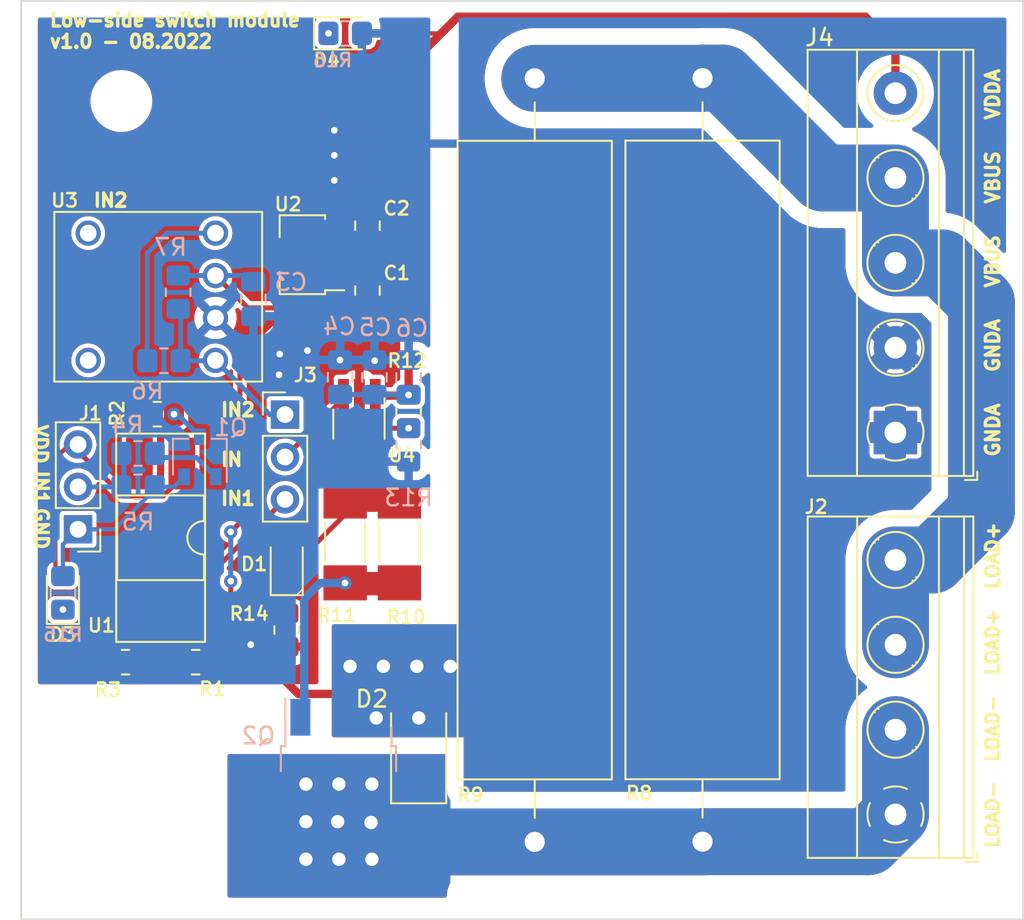
<source format=kicad_pcb>
(kicad_pcb (version 20211014) (generator pcbnew)
  (layers (0 "F.Cu" signal) (31 "B.Cu" signal) (34 "B.Paste" user) (35 "F.Paste" user) (36 "B.SilkS" user "B.Silkscreen") (37 "F.SilkS" user "F.Silkscreen") (38 "B.Mask" user) (39 "F.Mask" user) (44 "Edge.Cuts" user))
  (net 0 "")
  (net 1 "GNDA")
  (net 2 "+5VA")
  (net 3 "VDDA")
  (net 4 "Net-(D1-Pad1)")
  (net 5 "Net-(D1-Pad2)")
  (net 6 "GNDD")
  (net 7 "/IN")
  (net 8 "VDD")
  (net 9 "VBUS")
  (net 10 "/LOAD_N")
  (net 11 "/IN_A2")
  (net 12 "/IN_A")
  (net 13 "/IN_A1")
  (net 14 "Net-(Q1-Pad1)")
  (net 15 "Net-(Q1-Pad3)")
  (net 16 "Net-(Q2-Pad1)")
  (net 17 "Net-(R1-Pad2)")
  (net 18 "Net-(R2-Pad1)")
  (net 19 "Net-(R6-Pad2)")
  (net 20 "Net-(R12-Pad1)")
  (net 23 "Net-(D3-Pad1)")
  (net 24 "Net-(D4-Pad1)")
  (footprint "Resistor_SMD:R_0805_2012Metric_Pad1.20x1.40mm_HandSolder" (layer "F.Cu") (at 61.55 68.8375 90)
    (fp_text reference "R12" (at 3.0375 -0.1) (layer "F.SilkS") (effects (font (size 0.8 0.8))))
    (fp_text value "DNP")
    (pad "1" smd roundrect (at -1 0 90) (size 1.2 1.4) (layers "F.Cu" "F.Paste" "F.Mask") (roundrect_rratio 0.208333) (net 20 "Net-(R12-Pad1)"))
    (pad "2" smd roundrect (at 1 0 90) (size 1.2 1.4) (layers "F.Cu" "F.Paste" "F.Mask") (roundrect_rratio 0.208333) (net 3 "VDDA"))
  )
  (footprint "Diode_SMD:D_SMA" (layer "F.Cu") (at 62.15 88.9 90)
    (fp_text reference "D2" (at 2.85 -2.8 180) (layer "F.SilkS"))
    (fp_text value "D")
    (pad "1" smd rect (at -2 0 90) (size 2.5 1.8) (layers "F.Cu" "F.Paste" "F.Mask") (net 10 "/LOAD_N"))
    (pad "2" smd rect (at 2 0 90) (size 2.5 1.8) (layers "F.Cu" "F.Paste" "F.Mask") (net 1 "GNDA"))
  )
  (footprint "CL_Fiber_Optic:HFBR-2521Z" (layer "F.Cu") (at 46.682 61.97 90)
    (fp_text reference "U3" (at 5.77 -5.732 unlocked) (layer "F.SilkS") (effects (font (size 0.8 0.8))))
    (fp_text value "HFBR-2521Z")
    (pad "1" thru_hole circle (at -3.81 3.302 90) (size 1.515 1.515) (drill 1) (layers *.Cu *.Mask) (net 11 "/IN_A2"))
    (pad "2" thru_hole circle (at -1.27 3.302 90) (size 1.515 1.515) (drill 1) (layers *.Cu *.Mask) (net 1 "GNDA"))
    (pad "3" thru_hole circle (at 1.27 3.302 90) (size 1.515 1.515) (drill 1) (layers *.Cu *.Mask) (net 2 "+5VA"))
    (pad "4" thru_hole circle (at 3.81 3.302 90) (size 1.515 1.515) (drill 1) (layers *.Cu *.Mask) (net 19 "Net-(R6-Pad2)"))
    (pad "5" thru_hole circle (at 3.81 -4.318 90) (size 1.515 1.515) (drill 1) (layers *.Cu *.Mask))
    (pad "8" thru_hole circle (at -3.81 -4.318 90) (size 1.515 1.515) (drill 1) (layers *.Cu *.Mask))
  )
  (footprint "Capacitor_SMD:C_0805_2012Metric_Pad1.18x1.45mm_HandSolder" (layer "F.Cu") (at 59.0875 57.7125 90)
    (fp_text reference "C2" (at 1.0325 1.745) (layer "F.SilkS") (effects (font (size 0.8 0.8))))
    (fp_text value "330nF")
    (pad "1" smd roundrect (at -1.0375 0 90) (size 1.175 1.45) (layers "F.Cu" "F.Paste" "F.Mask") (roundrect_rratio 0.212766) (net 1 "GNDA"))
    (pad "2" smd roundrect (at 1.0375 0 90) (size 1.175 1.45) (layers "F.Cu" "F.Paste" "F.Mask") (roundrect_rratio 0.212766) (net 3 "VDDA"))
  )
  (footprint "Capacitor_SMD:C_0805_2012Metric_Pad1.18x1.45mm_HandSolder" (layer "F.Cu") (at 59.0875 61.6 -90)
    (fp_text reference "C1" (at -1.05 -1.75) (layer "F.SilkS") (effects (font (size 0.8 0.8))))
    (fp_text value "100nF")
    (pad "1" smd roundrect (at -1.0375 0 270) (size 1.175 1.45) (layers "F.Cu" "F.Paste" "F.Mask") (roundrect_rratio 0.212766) (net 1 "GNDA"))
    (pad "2" smd roundrect (at 1.0375 0 270) (size 1.175 1.45) (layers "F.Cu" "F.Paste" "F.Mask") (roundrect_rratio 0.212766) (net 2 "+5VA"))
  )
  (footprint "Resistor_SMD:R_MELF_MMB-0207" (layer "F.Cu") (at 57.75 76.65 90)
    (fp_text reference "R11" (at -4.3875 -0.5 180) (layer "F.SilkS") (effects (font (size 0.8 0.8))))
    (fp_text value "20R")
    (pad "1" smd rect (at -2.45 0 90) (size 2.1 2.6) (layers "F.Cu" "F.Paste" "F.Mask") (net 16 "Net-(Q2-Pad1)"))
    (pad "2" smd rect (at 2.45 0 90) (size 2.1 2.6) (layers "F.Cu" "F.Paste" "F.Mask") (net 5 "Net-(D1-Pad2)"))
  )
  (footprint "TerminalBlock_Phoenix:TerminalBlock_Phoenix_MKDS-1,5-4-5.08_1x04_P5.08mm_Horizontal" (layer "F.Cu") (at 90.705 92.97 90)
    (fp_text reference "J2" (at 18.42 -4.755 180) (layer "F.SilkS") (effects (font (size 0.8 0.8))))
    (fp_text value "Screw_Terminal_01x04")
    (pad "1" thru_hole rect (at 0 0 90) (size 2.6 2.6) (drill 1.3) (layers *.Cu *.Mask) (net 10 "/LOAD_N"))
    (pad "2" thru_hole circle (at 5.08 0 90) (size 2.6 2.6) (drill 1.3) (layers *.Cu *.Mask) (net 10 "/LOAD_N"))
    (pad "3" thru_hole circle (at 10.16 0 90) (size 2.6 2.6) (drill 1.3) (layers *.Cu *.Mask) (net 9 "VBUS"))
    (pad "4" thru_hole circle (at 15.24 0 90) (size 2.6 2.6) (drill 1.3) (layers *.Cu *.Mask) (net 9 "VBUS"))
  )
  (footprint "Resistor_SMD:R_0805_2012Metric_Pad1.20x1.40mm_HandSolder" (layer "F.Cu") (at 46.5 69)
    (fp_text reference "R2" (at -2.4 -0.05 90) (layer "F.SilkS") (effects (font (size 0.8 0.8))))
    (fp_text value "270R")
    (pad "1" smd roundrect (at -1 0) (size 1.2 1.4) (layers "F.Cu" "F.Paste" "F.Mask") (roundrect_rratio 0.208333) (net 18 "Net-(R2-Pad1)"))
    (pad "2" smd roundrect (at 1 0) (size 1.2 1.4) (layers "F.Cu" "F.Paste" "F.Mask") (roundrect_rratio 0.208333) (net 15 "Net-(Q1-Pad3)"))
  )
  (footprint "LED_SMD:LED_0805_2012Metric_Pad1.15x1.40mm_HandSolder" (layer "F.Cu") (at 54.25 77.975 90)
    (fp_text reference "D1" (at 0 -1.95) (layer "F.SilkS") (effects (font (size 0.8 0.8))))
    (fp_text value "LED")
    (pad "1" smd roundrect (at -1.025 0 90) (size 1.15 1.4) (layers "F.Cu" "F.Paste" "F.Mask") (roundrect_rratio 0.217391) (net 4 "Net-(D1-Pad1)"))
    (pad "2" smd roundrect (at 1.025 0 90) (size 1.15 1.4) (layers "F.Cu" "F.Paste" "F.Mask") (roundrect_rratio 0.217391) (net 5 "Net-(D1-Pad2)"))
  )
  (footprint "Connector_PinHeader_2.54mm:PinHeader_1x03_P2.54mm_Vertical" (layer "F.Cu") (at 54.15 69.025)
    (fp_text reference "J3" (at 1.2194 -2.3642) (layer "F.SilkS") (effects (font (size 0.8 0.8))))
    (fp_text value "Conn_01x03")
    (pad "1" thru_hole rect (at 0 0) (size 1.7 1.7) (drill 1) (layers *.Cu *.Mask) (net 11 "/IN_A2"))
    (pad "2" thru_hole oval (at 0 2.54) (size 1.7 1.7) (drill 1) (layers *.Cu *.Mask) (net 12 "/IN_A"))
    (pad "3" thru_hole oval (at 0 5.08) (size 1.7 1.7) (drill 1) (layers *.Cu *.Mask) (net 13 "/IN_A1"))
  )
  (footprint "Resistor_THT:R_Axial_Power_L38.0mm_W9.0mm_P45.72mm" (layer "F.Cu") (at 79.15 94.6 90)
    (fp_text reference "R8" (at 2.9 -3.8 180) (layer "F.SilkS") (effects (font (size 0.8 0.8))))
    (fp_text value "TBD")
    (pad "1" thru_hole circle (at 0 0 90) (size 2.4 2.4) (drill 1.2) (layers *.Cu *.Mask) (net 10 "/LOAD_N"))
    (pad "2" thru_hole oval (at 45.72 0 90) (size 2.4 2.4) (drill 1.2) (layers *.Cu *.Mask) (net 9 "VBUS"))
  )
  (footprint "MountingHole:MountingHole_3.2mm_M3" (layer "F.Cu") (at 44.35 93.25)
    (fp_text reference "REF**" hide)
    (fp_text value "MountingHole_3.2mm_M3" hide)
    (pad "" np_thru_hole circle (at 0 0) (size 3.2 3.2) (drill 3.2) (layers *.Cu *.Mask))
  )
  (footprint "Resistor_SMD:R_MELF_MMB-0207" (layer "F.Cu") (at 61 76.65 -90)
    (fp_text reference "R10" (at 4.4875 -0.4 180) (layer "F.SilkS") (effects (font (size 0.8 0.8))))
    (fp_text value "20R")
    (pad "1" smd rect (at -2.45 0 270) (size 2.1 2.6) (layers "F.Cu" "F.Paste" "F.Mask") (net 5 "Net-(D1-Pad2)"))
    (pad "2" smd rect (at 2.45 0 270) (size 2.1 2.6) (layers "F.Cu" "F.Paste" "F.Mask") (net 16 "Net-(Q2-Pad1)"))
  )
  (footprint "Resistor_SMD:R_0805_2012Metric_Pad1.20x1.40mm_HandSolder" (layer "F.Cu") (at 48.8 83.85 180)
    (fp_text reference "R1" (at -1 -1.6) (layer "F.SilkS") (effects (font (size 0.8 0.8))))
    (fp_text value "2k")
    (pad "1" smd roundrect (at -1 0 180) (size 1.2 1.4) (layers "F.Cu" "F.Paste" "F.Mask") (roundrect_rratio 0.208333) (net 3 "VDDA"))
    (pad "2" smd roundrect (at 1 0 180) (size 1.2 1.4) (layers "F.Cu" "F.Paste" "F.Mask") (roundrect_rratio 0.208333) (net 17 "Net-(R1-Pad2)"))
  )
  (footprint "LED_SMD:LED_0805_2012Metric_Pad1.15x1.40mm_HandSolder" (layer "F.Cu") (at 57.75 46.2)
    (fp_text reference "D4" (at -1.1 1.6) (layer "F.SilkS") (effects (font (size 0.8 0.8))))
    (fp_text value "LED")
    (pad "1" smd roundrect (at -1.025 0) (size 1.15 1.4) (layers "F.Cu" "F.Paste" "F.Mask") (roundrect_rratio 0.217391) (net 24 "Net-(D4-Pad1)"))
    (pad "2" smd roundrect (at 1.025 0) (size 1.15 1.4) (layers "F.Cu" "F.Paste" "F.Mask") (roundrect_rratio 0.217391) (net 3 "VDDA"))
  )
  (footprint "Connector_PinHeader_2.54mm:PinHeader_1x03_P2.54mm_Vertical" (layer "F.Cu") (at 41.755 75.895 180)
    (fp_text reference "J1" (at -0.745 6.945) (layer "F.SilkS") (effects (font (size 0.8 0.8))))
    (fp_text value "Conn_01x03")
    (pad "1" thru_hole rect (at 0 0 180) (size 1.7 1.7) (drill 1) (layers *.Cu *.Mask) (net 6 "GNDD"))
    (pad "2" thru_hole oval (at 0 2.54 180) (size 1.7 1.7) (drill 1) (layers *.Cu *.Mask) (net 7 "/IN"))
    (pad "3" thru_hole oval (at 0 5.08 180) (size 1.7 1.7) (drill 1) (layers *.Cu *.Mask) (net 8 "VDD"))
  )
  (footprint "LED_SMD:LED_0805_2012Metric_Pad1.15x1.40mm_HandSolder" (layer "F.Cu") (at 40.85 79.7 90)
    (fp_text reference "D3" (at -2.5 0 180) (layer "F.SilkS") (effects (font (size 0.8 0.8))))
    (fp_text value "LED")
    (pad "1" smd roundrect (at -1.025 0 90) (size 1.15 1.4) (layers "F.Cu" "F.Paste" "F.Mask") (roundrect_rratio 0.217391) (net 23 "Net-(D3-Pad1)"))
    (pad "2" smd roundrect (at 1.025 0 90) (size 1.15 1.4) (layers "F.Cu" "F.Paste" "F.Mask") (roundrect_rratio 0.217391) (net 8 "VDD"))
  )
  (footprint "Resistor_THT:R_Axial_Power_L38.0mm_W9.0mm_P45.72mm" (layer "F.Cu") (at 69.1 94.61 90)
    (fp_text reference "R9" (at 2.81 -3.85 180) (layer "F.SilkS") (effects (font (size 0.8 0.8))))
    (fp_text value "TBD")
    (pad "1" thru_hole circle (at 0 0 90) (size 2.4 2.4) (drill 1.2) (layers *.Cu *.Mask) (net 10 "/LOAD_N"))
    (pad "2" thru_hole oval (at 45.72 0 90) (size 2.4 2.4) (drill 1.2) (layers *.Cu *.Mask) (net 9 "VBUS"))
  )
  (footprint "TerminalBlock_Phoenix:TerminalBlock_Phoenix_MKDS-1,5-5-5.08_1x05_P5.08mm_Horizontal" (layer "F.Cu") (at 90.7 70.1 90)
    (fp_text reference "J4" (at 23.65 -4.55 180) (layer "F.SilkS"))
    (fp_text value "Screw_Terminal_01x05")
    (pad "1" thru_hole rect (at 0 0 90) (size 2.6 2.6) (drill 1.3) (layers *.Cu *.Mask) (net 1 "GNDA"))
    (pad "2" thru_hole circle (at 5.08 0 90) (size 2.6 2.6) (drill 1.3) (layers *.Cu *.Mask) (net 1 "GNDA"))
    (pad "3" thru_hole circle (at 10.16 0 90) (size 2.6 2.6) (drill 1.3) (layers *.Cu *.Mask) (net 9 "VBUS"))
    (pad "4" thru_hole circle (at 15.24 0 90) (size 2.6 2.6) (drill 1.3) (layers *.Cu *.Mask) (net 9 "VBUS"))
    (pad "5" thru_hole circle (at 20.32 0 90) (size 2.6 2.6) (drill 1.3) (layers *.Cu *.Mask) (net 3 "VDDA"))
  )
  (footprint "Resistor_SMD:R_0805_2012Metric_Pad1.20x1.40mm_HandSolder" (layer "F.Cu") (at 44.6 83.85 180)
    (fp_text reference "R3" (at 1.05 -1.65) (layer "F.SilkS") (effects (font (size 0.8 0.8))))
    (fp_text value "1k2")
    (pad "1" smd roundrect (at -1 0 180) (size 1.2 1.4) (layers "F.Cu" "F.Paste" "F.Mask") (roundrect_rratio 0.208333) (net 13 "/IN_A1"))
    (pad "2" smd roundrect (at 1 0 180) (size 1.2 1.4) (layers "F.Cu" "F.Paste" "F.Mask") (roundrect_rratio 0.208333) (net 1 "GNDA"))
  )
  (footprint "MountingHole:MountingHole_3.2mm_M3" (layer "F.Cu") (at 44.35 50.25)
    (fp_text reference "REF**" hide)
    (fp_text value "MountingHole_3.2mm_M3" hide)
    (pad "" np_thru_hole circle (at 0 0) (size 3.2 3.2) (drill 3.2) (layers *.Cu *.Mask))
  )
  (footprint "Resistor_SMD:R_0805_2012Metric_Pad1.20x1.40mm_HandSolder" (layer "F.Cu") (at 54.25 81.925 -90)
    (fp_text reference "R14" (at -0.975 2.25 180) (layer "F.SilkS") (effects (font (size 0.8 0.8))))
    (fp_text value "1k2")
    (pad "1" smd roundrect (at -1 0 270) (size 1.2 1.4) (layers "F.Cu" "F.Paste" "F.Mask") (roundrect_rratio 0.208333) (net 4 "Net-(D1-Pad1)"))
    (pad "2" smd roundrect (at 1 0 270) (size 1.2 1.4) (layers "F.Cu" "F.Paste" "F.Mask") (roundrect_rratio 0.208333) (net 1 "GNDA"))
  )
  (footprint "Package_TO_SOT_SMD:SOT-89-3" (layer "F.Cu") (at 55.4875 59.45 180)
    (fp_text reference "U2" (at 1.155 3.02) (layer "F.SilkS") (effects (font (size 0.8 0.8))))
    (fp_text value "L78L05_SOT89")
    (pad "1" smd rect (at -1.65 -1.5 180) (size 1.3 0.9) (layers "F.Cu" "F.Paste" "F.Mask") (net 2 "+5VA"))
    (pad "2" smd custom (at -1.5625 0 180) (size 1.475 0.9) (layers "F.Cu" "F.Paste" "F.Mask") (net 1 "GNDA") (options (clearance outline) (anchor rect)) (primitives (gr_poly (pts (xy 3.8625 0.8665) (xy 0.7375 0.8665) (xy 0.7375 -0.8665) (xy 3.8625 -0.8665)) (width 0) (fill yes))))
    (pad "3" smd rect (at -1.65 1.5 180) (size 1.3 0.9) (layers "F.Cu" "F.Paste" "F.Mask") (net 3 "VDDA"))
  )
  (footprint "Package_TO_SOT_SMD:TSOT-23-5_HandSoldering" (layer "F.Cu") (at 58.6 69.6 -90)
    (fp_text reference "U4" (at 1.85 -2.55) (layer "F.SilkS") (effects (font (size 0.8 0.8))))
    (fp_text value "DGD0211C")
    (pad "1" smd rect (at -1.71 -0.95 270) (size 2 0.65) (layers "F.Cu" "F.Paste" "F.Mask") (net 3 "VDDA"))
    (pad "2" smd rect (at -1.71 0 270) (size 2 0.65) (layers "F.Cu" "F.Paste" "F.Mask") (net 1 "GNDA"))
    (pad "3" smd rect (at -1.71 0.95 270) (size 2 0.65) (layers "F.Cu" "F.Paste" "F.Mask") (net 12 "/IN_A"))
    (pad "4" smd rect (at 1.71 0.95 270) (size 2 0.65) (layers "F.Cu" "F.Paste" "F.Mask") (net 20 "Net-(R12-Pad1)"))
    (pad "5" smd rect (at 1.71 -0.95 270) (size 2 0.65) (layers "F.Cu" "F.Paste" "F.Mask") (net 5 "Net-(D1-Pad2)"))
  )
  (footprint "Package_DIP:DIP-4_W8.89mm_SMDSocket_LongPads" (layer "F.Cu") (at 46.7 76.4 -90)
    (fp_text reference "U1" (at 5.25 3.55 180) (layer "F.SilkS") (effects (font (size 0.8 0.8))))
    (fp_text value "PC817")
    (pad "1" smd rect (at -4.445 -1.27 270) (size 3.1 1.6) (layers "F.Cu" "F.Paste" "F.Mask") (net 8 "VDD"))
    (pad "2" smd rect (at -4.445 1.27 270) (size 3.1 1.6) (layers "F.Cu" "F.Paste" "F.Mask") (net 18 "Net-(R2-Pad1)"))
    (pad "3" smd rect (at 4.445 1.27 270) (size 3.1 1.6) (layers "F.Cu" "F.Paste" "F.Mask") (net 13 "/IN_A1"))
    (pad "4" smd rect (at 4.445 -1.27 270) (size 3.1 1.6) (layers "F.Cu" "F.Paste" "F.Mask") (net 17 "Net-(R1-Pad2)"))
  )
  (footprint "Resistor_SMD:R_0805_2012Metric_Pad1.20x1.40mm_HandSolder" (layer "B.Cu") (at 45.35 73.35 180)
    (fp_text reference "R5" (at 0 -2.1) (layer "B.SilkS") (effects (justify mirror)))
    (fp_text value "47k")
    (pad "1" smd roundrect (at -1 0 180) (size 1.2 1.4) (layers "B.Cu" "B.Paste" "B.Mask") (roundrect_rratio 0.208333) (net 6 "GNDD"))
    (pad "2" smd roundrect (at 1 0 180) (size 1.2 1.4) (layers "B.Cu" "B.Paste" "B.Mask") (roundrect_rratio 0.208333) (net 7 "/IN"))
  )
  (footprint "Capacitor_SMD:C_0805_2012Metric_Pad1.18x1.45mm_HandSolder" (layer "B.Cu") (at 61.55 66.8 -90)
    (fp_text reference "C6" (at -2.95 -0.2 180) (layer "B.SilkS") (effects (justify mirror)))
    (fp_text value "100nF")
    (pad "1" smd roundrect (at -1.0375 0 270) (size 1.175 1.45) (layers "B.Cu" "B.Paste" "B.Mask") (roundrect_rratio 0.212766) (net 1 "GNDA"))
    (pad "2" smd roundrect (at 1.0375 0 270) (size 1.175 1.45) (layers "B.Cu" "B.Paste" "B.Mask") (roundrect_rratio 0.212766) (net 3 "VDDA"))
  )
  (footprint "Resistor_SMD:R_0805_2012Metric_Pad1.20x1.40mm_HandSolder" (layer "B.Cu") (at 47.75 61.7 90)
    (fp_text reference "R7" (at 2.7 -0.45 180) (layer "B.SilkS") (effects (justify mirror)))
    (fp_text value "DNP")
    (pad "1" smd roundrect (at -1 0 90) (size 1.2 1.4) (layers "B.Cu" "B.Paste" "B.Mask") (roundrect_rratio 0.208333) (net 11 "/IN_A2"))
    (pad "2" smd roundrect (at 1 0 90) (size 1.2 1.4) (layers "B.Cu" "B.Paste" "B.Mask") (roundrect_rratio 0.208333) (net 2 "+5VA"))
  )
  (footprint "Resistor_SMD:R_0805_2012Metric_Pad1.20x1.40mm_HandSolder" (layer "B.Cu") (at 45.35 71.35)
    (fp_text reference "R4" (at -0.65 -1.7) (layer "B.SilkS") (effects (justify mirror)))
    (fp_text value "4k7")
    (pad "1" smd roundrect (at -1 0) (size 1.2 1.4) (layers "B.Cu" "B.Paste" "B.Mask") (roundrect_rratio 0.208333) (net 7 "/IN"))
    (pad "2" smd roundrect (at 1 0) (size 1.2 1.4) (layers "B.Cu" "B.Paste" "B.Mask") (roundrect_rratio 0.208333) (net 14 "Net-(Q1-Pad1)"))
  )
  (footprint "Resistor_SMD:R_0805_2012Metric_Pad1.20x1.40mm_HandSolder" (layer "B.Cu") (at 61.55 70.8375 -90)
    (fp_text reference "R13" (at 3.1625 0 180) (layer "B.SilkS") (effects (justify mirror)))
    (fp_text value "0R")
    (pad "1" smd roundrect (at -1 0 270) (size 1.2 1.4) (layers "B.Cu" "B.Paste" "B.Mask") (roundrect_rratio 0.208333) (net 20 "Net-(R12-Pad1)"))
    (pad "2" smd roundrect (at 1 0 270) (size 1.2 1.4) (layers "B.Cu" "B.Paste" "B.Mask") (roundrect_rratio 0.208333) (net 1 "GNDA"))
  )
  (footprint "Package_TO_SOT_SMD:SOT-23W" (layer "B.Cu") (at 49.05 71.55 90)
    (fp_text reference "Q1" (at 1.75 1.85 180) (layer "B.SilkS") (effects (justify mirror)))
    (fp_text value "BCW66H")
    (pad "1" smd rect (at -1.2 0.95 90) (size 1 0.7) (layers "B.Cu" "B.Paste" "B.Mask") (net 14 "Net-(Q1-Pad1)"))
    (pad "2" smd rect (at -1.2 -0.95 90) (size 1 0.7) (layers "B.Cu" "B.Paste" "B.Mask") (net 6 "GNDD"))
    (pad "3" smd rect (at 1.2 0 90) (size 1 0.7) (layers "B.Cu" "B.Paste" "B.Mask") (net 15 "Net-(Q1-Pad3)"))
  )
  (footprint "Resistor_SMD:R_0805_2012Metric_Pad1.20x1.40mm_HandSolder" (layer "B.Cu") (at 57.75 46.2 180)
    (fp_text reference "R16" (at 0.75 -1.6 180) (layer "B.SilkS") (effects (font (size 0.8 0.8)) (justify mirror)))
    (fp_text value "2k")
    (pad "1" smd roundrect (at -1 0 180) (size 1.2 1.4) (layers "B.Cu" "B.Paste" "B.Mask") (roundrect_rratio 0.208333) (net 1 "GNDA"))
    (pad "2" smd roundrect (at 1 0 180) (size 1.2 1.4) (layers "B.Cu" "B.Paste" "B.Mask") (roundrect_rratio 0.208333) (net 24 "Net-(D4-Pad1)"))
  )
  (footprint "Resistor_SMD:R_0805_2012Metric_Pad1.20x1.40mm_HandSolder" (layer "B.Cu") (at 46.9 65.8 180)
    (fp_text reference "R6" (at 1 -1.8) (layer "B.SilkS") (effects (justify mirror)))
    (fp_text value "0R")
    (pad "1" smd roundrect (at -1 0 180) (size 1.2 1.4) (layers "B.Cu" "B.Paste" "B.Mask") (roundrect_rratio 0.208333) (net 11 "/IN_A2"))
    (pad "2" smd roundrect (at 1 0 180) (size 1.2 1.4) (layers "B.Cu" "B.Paste" "B.Mask") (roundrect_rratio 0.208333) (net 19 "Net-(R6-Pad2)"))
  )
  (footprint "Capacitor_SMD:C_0805_2012Metric_Pad1.18x1.45mm_HandSolder" (layer "B.Cu") (at 52.25 62.1 90)
    (fp_text reference "C3" (at 1 2.25) (layer "B.SilkS") (effects (justify mirror)))
    (fp_text value "100nF")
    (pad "1" smd roundrect (at -1.0375 0 90) (size 1.175 1.45) (layers "B.Cu" "B.Paste" "B.Mask") (roundrect_rratio 0.212766) (net 1 "GNDA"))
    (pad "2" smd roundrect (at 1.0375 0 90) (size 1.175 1.45) (layers "B.Cu" "B.Paste" "B.Mask") (roundrect_rratio 0.212766) (net 2 "+5VA"))
  )
  (footprint "Capacitor_SMD:C_0805_2012Metric_Pad1.18x1.45mm_HandSolder" (layer "B.Cu") (at 59.5 66.8 -90)
    (fp_text reference "C5" (at -3 -0.05 180) (layer "B.SilkS") (effects (justify mirror)))
    (fp_text value "10uF")
    (pad "1" smd roundrect (at -1.0375 0 270) (size 1.175 1.45) (layers "B.Cu" "B.Paste" "B.Mask") (roundrect_rratio 0.212766) (net 1 "GNDA"))
    (pad "2" smd roundrect (at 1.0375 0 270) (size 1.175 1.45) (layers "B.Cu" "B.Paste" "B.Mask") (roundrect_rratio 0.212766) (net 3 "VDDA"))
  )
  (footprint "Resistor_SMD:R_0805_2012Metric_Pad1.20x1.40mm_HandSolder" (layer "B.Cu") (at 40.85 79.7 -90)
    (fp_text reference "R15" (at 2.5 0 180) (layer "B.SilkS") (effects (font (size 0.8 0.8)) (justify mirror)))
    (fp_text value "2k")
    (pad "1" smd roundrect (at -1 0 270) (size 1.2 1.4) (layers "B.Cu" "B.Paste" "B.Mask") (roundrect_rratio 0.208333) (net 6 "GNDD"))
    (pad "2" smd roundrect (at 1 0 270) (size 1.2 1.4) (layers "B.Cu" "B.Paste" "B.Mask") (roundrect_rratio 0.208333) (net 23 "Net-(D3-Pad1)"))
  )
  (footprint "Capacitor_SMD:C_0805_2012Metric_Pad1.18x1.45mm_HandSolder" (layer "B.Cu") (at 57.45 66.7875 -90)
    (fp_text reference "C4" (at -3.0375 0.05 180) (layer "B.SilkS") (effects (justify mirror)))
    (fp_text value "10uF")
    (pad "1" smd roundrect (at -1.0375 0 270) (size 1.175 1.45) (layers "B.Cu" "B.Paste" "B.Mask") (roundrect_rratio 0.212766) (net 1 "GNDA"))
    (pad "2" smd roundrect (at 1.0375 0 270) (size 1.175 1.45) (layers "B.Cu" "B.Paste" "B.Mask") (roundrect_rratio 0.212766) (net 3 "VDDA"))
  )
  (footprint "Package_TO_SOT_SMD:TO-252-2" (layer "B.Cu") (at 57.35 91.35 -90)
    (fp_text reference "Q2" (at -3.1 4.8 180) (layer "B.SilkS") (effects (justify mirror)))
    (fp_text value "Q_NMOS_GDS")
    (pad "1" smd rect (at -4.2 2.28 270) (size 2.2 1.2) (layers "B.Cu" "B.Paste" "B.Mask") (net 16 "Net-(Q2-Pad1)"))
    (pad "2" smd rect (at 2.1 0 270) (size 6.4 5.8) (layers "B.Cu" "B.Mask") (net 10 "/LOAD_N"))
    (pad "3" smd rect (at -4.2 -2.28 270) (size 2.2 1.2) (layers "B.Cu" "B.Paste" "B.Mask") (net 1 "GNDA"))
  )
  (gr_line (start 98.35 99.25) (end 98.35 44.25) (layer "Edge.Cuts") (width 0.1))
  (gr_line (start 38.35 44.25) (end 98.35 44.25) (layer "Edge.Cuts") (width 0.1))
  (gr_line (start 38.35 99.25) (end 98.35 99.25) (layer "Edge.Cuts") (width 0.1))
  (gr_line (start 38.35 99.25) (end 38.35 44.25) (layer "Edge.Cuts") (width 0.1))
  (gr_text "GNDA" (at 96.525 64.886902 90) (layer "F.SilkS") (effects (font (size 0.8 0.8) (thickness 0.2))))
  (gr_text "Low-side switch module\nv1.0 - 08.2022" (at 39.96 46.04) (layer "F.SilkS") (effects (font (size 0.8 0.8) (thickness 0.2)) (justify left)))
  (gr_text "LOAD-" (at 96.525 87.806666 90) (layer "F.SilkS") (effects (font (size 0.8 0.8) (thickness 0.2))))
  (gr_text "GND" (at 39.55 75.85 270) (layer "F.SilkS") (effects (font (size 0.8 0.8) (thickness 0.2))))
  (gr_text "LOAD-" (at 96.525 92.97 90) (layer "F.SilkS") (effects (font (size 0.8 0.8) (thickness 0.2))))
  (gr_text "LOAD+" (at 96.525 82.643333 90) (layer "F.SilkS") (effects (font (size 0.8 0.8) (thickness 0.2))))
  (gr_text "IN2" (at 43.7108 56.196) (layer "F.SilkS") (effects (font (size 0.8 0.8) (thickness 0.2))))
  (gr_text "VDD" (at 39.5 70.8 270) (layer "F.SilkS") (effects (font (size 0.8 0.8) (thickness 0.2))))
  (gr_text "VDDA" (at 96.525 49.85 90) (layer "F.SilkS") (effects (font (size 0.8 0.8) (thickness 0.2))))
  (gr_text "IN1" (at 39.55 73.4 270) (layer "F.SilkS") (effects (font (size 0.8 0.8) (thickness 0.2))))
  (gr_text "LOAD+" (at 96.525 77.48 90) (layer "F.SilkS") (effects (font (size 0.8 0.8) (thickness 0.2))))
  (gr_text "IN1" (at 51.3308 74.0522) (layer "F.SilkS") (effects (font (size 0.8 0.8) (thickness 0.2))))
  (gr_text "IN" (at 50.949848 71.7154) (layer "F.SilkS") (effects (font (size 0.8 0.8) (thickness 0.2))))
  (gr_text "VBUS" (at 96.525 54.817856 90) (layer "F.SilkS") (effects (font (size 0.8 0.8) (thickness 0.2))))
  (gr_text "VBUS" (at 96.525 59.842855 90) (layer "F.SilkS") (effects (font (size 0.8 0.8) (thickness 0.2))))
  (gr_text "IN2" (at 51.3308 68.7436) (layer "F.SilkS") (effects (font (size 0.8 0.8) (thickness 0.2))))
  (gr_text "GNDA" (at 96.525 69.95 90) (layer "F.SilkS") (effects (font (size 0.8 0.8) (thickness 0.2))))
  (segment (start 54.25 85.05) (end 54.95 85.75) (width 0.5) (layer "F.Cu") (net 1))
  (segment (start 54.25 82.925) (end 54.25 85.05) (width 0.5) (layer "F.Cu") (net 1))
  (segment (start 54.95 85.75) (end 58.05 85.75) (width 0.5) (layer "F.Cu") (net 1))
  (via (at 57.1 55) (size 0.8) (drill 0.4) (layers "F.Cu" "B.Cu") (net 1))
  (via (at 59.52 65.8) (size 0.8) (drill 0.4) (layers "F.Cu" "B.Cu") (net 1))
  (via (at 53.83 65.4) (size 0.8) (drill 0.4) (layers "F.Cu" "B.Cu") (net 1))
  (via (at 58.04 84.1) (size 1.6) (drill 0.8) (layers "F.Cu" "B.Cu") (net 1))
  (via (at 57.1 52) (size 0.8) (drill 0.4) (layers "F.Cu" "B.Cu") (net 1))
  (via (at 64.04 84.1) (size 1.6) (drill 0.8) (layers "F.Cu" "B.Cu") (net 1))
  (via (at 62.16 87.19) (size 1.6) (drill 0.8) (layers "F.Cu" "B.Cu") (net 1))
  (via (at 55.49 65.19) (size 0.8) (drill 0.4) (layers "F.Cu" "B.Cu") (net 1))
  (via (at 52.1 82.8) (size 0.8) (drill 0.4) (layers "F.Cu" "B.Cu") (net 1))
  (via (at 53.79 66.64) (size 0.8) (drill 0.4) (layers "F.Cu" "B.Cu") (net 1))
  (via (at 62.04 84.1) (size 1.6) (drill 0.8) (layers "F.Cu" "B.Cu") (net 1))
  (via (at 57.1 53.5) (size 0.8) (drill 0.4) (layers "F.Cu" "B.Cu") (net 1))
  (via (at 60.04 84.1) (size 1.6) (drill 0.8) (layers "F.Cu" "B.Cu") (net 1))
  (via (at 59.61 87.19) (size 1.6) (drill 0.8) (layers "F.Cu" "B.Cu") (net 1))
  (via (at 57.44 65.76) (size 0.8) (drill 0.4) (layers "F.Cu" "B.Cu") (net 1))
  (segment (start 60.9 52.8) (end 66.15 52.8) (width 0.5) (layer "B.Cu") (net 1))
  (segment (start 59.0875 62.6375) (end 51.9215 62.6375) (width 0.3) (layer "F.Cu") (net 2))
  (segment (start 51.9215 62.6375) (end 49.984 60.7) (width 0.3) (layer "F.Cu") (net 2))
  (segment (start 59.0875 62.6375) (end 58.825 62.6375) (width 0.3) (layer "F.Cu") (net 2))
  (segment (start 58.825 62.6375) (end 57.1375 60.95) (width 0.3) (layer "F.Cu") (net 2))
  (segment (start 49.984 60.7) (end 51.8875 60.7) (width 0.3) (layer "B.Cu") (net 2))
  (segment (start 49.984 60.7) (end 47.75 60.7) (width 0.3) (layer "B.Cu") (net 2))
  (segment (start 51.8875 60.7) (end 52.25 61.0625) (width 0.3) (layer "B.Cu") (net 2))
  (segment (start 61.775 47.925) (end 59.0875 50.6125) (width 0.5) (layer "F.Cu") (net 3))
  (segment (start 63.5 46.2) (end 64.5 45.2) (width 0.254) (layer "F.Cu") (net 3))
  (segment (start 50.9 76.05) (end 51.45 75.5) (width 0.3) (layer "F.Cu") (net 3))
  (segment (start 53.6 64.1) (end 60.6 64.1) (width 0.3) (layer "F.Cu") (net 3))
  (segment (start 90.7 47) (end 90.7 50.48) (width 0.5) (layer "F.Cu") (net 3))
  (segment (start 61.55 63.15) (end 61.55 48.15) (width 0.5) (layer "F.Cu") (net 3))
  (segment (start 51.45 66.25) (end 53.6 64.1) (width 0.3) (layer "F.Cu") (net 3))
  (segment (start 88.9 45.2) (end 90.7 47) (width 0.5) (layer "F.Cu") (net 3))
  (segment (start 59.55 67.89) (end 61.51 67.89) (width 0.5) (layer "F.Cu") (net 3))
  (segment (start 50.9 82.75) (end 50.9 79) (width 0.3) (layer "F.Cu") (net 3))
  (segment (start 61.55 67.8375) (end 61.55 63.15) (width 0.5) (layer "F.Cu") (net 3))
  (segment (start 64.5 45.2) (end 88.9 45.2) (width 0.5) (layer "F.Cu") (net 3))
  (segment (start 58.775 46.2) (end 63.5 46.2) (width 0.254) (layer "F.Cu") (net 3))
  (segment (start 49.8 83.85) (end 50.9 82.75) (width 0.3) (layer "F.Cu") (net 3))
  (segment (start 61.775 47.925) (end 64.5 45.2) (width 0.5) (layer "F.Cu") (net 3))
  (segment (start 51.45 75.5) (end 51.45 66.25) (width 0.3) (layer "F.Cu") (net 3))
  (segment (start 61.51 67.89) (end 61.55 67.85) (width 0.5) (layer "F.Cu") (net 3))
  (segment (start 60.6 64.1) (end 61.55 63.15) (width 0.3) (layer "F.Cu") (net 3))
  (segment (start 59.0875 50.6125) (end 59.0875 56.675) (width 0.5) (layer "F.Cu") (net 3))
  (segment (start 58.4125 56.675) (end 57.1375 57.95) (width 0.3) (layer "F.Cu") (net 3))
  (segment (start 59.0875 56.675) (end 58.4125 56.675) (width 0.3) (layer "F.Cu") (net 3))
  (segment (start 61.55 48.15) (end 61.775 47.925) (width 0.5) (layer "F.Cu") (net 3))
  (via (at 50.9 79) (size 0.8) (drill 0.4) (layers "F.Cu" "B.Cu") (net 3))
  (via (at 50.9 76.05) (size 0.8) (drill 0.4) (layers "F.Cu" "B.Cu") (net 3))
  (via (at 61.55 67.85) (size 0.8) (drill 0.4) (layers "F.Cu" "B.Cu") (net 3))
  (segment (start 57.45 67.825) (end 59.4875 67.825) (width 0.3) (layer "B.Cu") (net 3))
  (segment (start 59.4875 67.825) (end 59.5 67.8375) (width 0.3) (layer "B.Cu") (net 3))
  (segment (start 59.5 67.8375) (end 61.55 67.8375) (width 0.3) (layer "B.Cu") (net 3))
  (segment (start 50.9 79) (end 50.9 76.05) (width 0.3) (layer "B.Cu") (net 3))
  (segment (start 54.25 79) (end 54.25 80.925) (width 0.3) (layer "F.Cu") (net 4))
  (segment (start 57.75 74.2) (end 57.75 75) (width 0.3) (layer "F.Cu") (net 5))
  (segment (start 55.8 76.95) (end 54.25 76.95) (width 0.3) (layer "F.Cu") (net 5))
  (segment (start 57.75 75) (end 55.8 76.95) (width 0.3) (layer "F.Cu") (net 5))
  (segment (start 42.105 75.895) (end 43.955 75.895) (width 0.254) (layer "B.Cu") (net 6))
  (segment (start 40.85 76.8) (end 41.755 75.895) (width 0.254) (layer "B.Cu") (net 6))
  (segment (start 47.5 73.35) (end 48.1 72.75) (width 0.254) (layer "B.Cu") (net 6))
  (segment (start 46.5 73.35) (end 47.5 73.35) (width 0.254) (layer "B.Cu") (net 6))
  (segment (start 40.85 78.7) (end 40.85 76.8) (width 0.254) (layer "B.Cu") (net 6))
  (segment (start 43.955 75.895) (end 46.5 73.35) (width 0.254) (layer "B.Cu") (net 6))
  (segment (start 44.495 73.355) (end 44.5 73.35) (width 0.3) (layer "B.Cu") (net 7))
  (segment (start 44.5 73.35) (end 44.5 71.35) (width 0.3) (layer "B.Cu") (net 7))
  (segment (start 42.105 73.355) (end 44.495 73.355) (width 0.3) (layer "B.Cu") (net 7))
  (segment (start 46.841 73.909) (end 47.97 72.78) (width 0.3) (layer "F.Cu") (net 8))
  (segment (start 47.97 72.78) (end 47.97 71.955) (width 0.3) (layer "F.Cu") (net 8))
  (segment (start 42.105 71.564) (end 44.45 73.909) (width 0.3) (layer "F.Cu") (net 8))
  (segment (start 42.105 70.815) (end 42.105 71.564) (width 0.3) (layer "F.Cu") (net 8))
  (segment (start 44.45 73.909) (end 46.841 73.909) (width 0.3) (layer "F.Cu") (net 8))
  (segment (start 40.85 78.675) (end 40.4 78.225) (width 0.254) (layer "F.Cu") (net 8))
  (segment (start 40.4 71.65) (end 41.235 70.815) (width 0.254) (layer "F.Cu") (net 8))
  (segment (start 40.4 78.225) (end 40.4 71.65) (width 0.254) (layer "F.Cu") (net 8))
  (segment (start 41.235 70.815) (end 41.755 70.815) (width 0.254) (layer "F.Cu") (net 8))
  (segment (start 95.85 74.8) (end 92.92 77.73) (width 4) (layer "F.Cu") (net 9))
  (segment (start 95.85 62.3) (end 95.85 74.8) (width 4) (layer "F.Cu") (net 9))
  (segment (start 90.7 59.94) (end 93.49 59.94) (width 4) (layer "F.Cu") (net 9))
  (segment (start 90.705 77.73) (end 90.705 82.81) (width 4) (layer "F.Cu") (net 9))
  (segment (start 93.49 59.94) (end 95.85 62.3) (width 4) (layer "F.Cu") (net 9))
  (segment (start 79.14 48.89) (end 79.15 48.88) (width 4) (layer "F.Cu") (net 9))
  (segment (start 80.38 48.88) (end 86.36 54.86) (width 4) (layer "F.Cu") (net 9))
  (segment (start 92.92 77.73) (end 90.705 77.73) (width 4) (layer "F.Cu") (net 9))
  (segment (start 86.36 54.86) (end 90.7 54.86) (width 4) (layer "F.Cu") (net 9))
  (segment (start 90.7 54.86) (end 90.7 59.94) (width 4) (layer "F.Cu") (net 9))
  (segment (start 69.1 48.89) (end 79.14 48.89) (width 4) (layer "F.Cu") (net 9))
  (segment (start 79.15 48.88) (end 80.38 48.88) (width 4) (layer "F.Cu") (net 9))
  (segment (start 90.7 54.86) (end 90.7 59.94) (width 4) (layer "B.Cu") (net 9))
  (segment (start 86.36 54.86) (end 90.7 54.86) (width 4) (layer "B.Cu") (net 9))
  (segment (start 90.7 59.94) (end 93.49 59.94) (width 4) (layer "B.Cu") (net 9))
  (segment (start 95.85 74.8) (end 92.92 77.73) (width 4) (layer "B.Cu") (net 9))
  (segment (start 90.705 77.73) (end 90.705 82.81) (width 4) (layer "B.Cu") (net 9))
  (segment (start 69.1 48.89) (end 79.14 48.89) (width 4) (layer "B.Cu") (net 9))
  (segment (start 95.85 62.3) (end 95.85 74.8) (width 4) (layer "B.Cu") (net 9))
  (segment (start 92.92 77.73) (end 90.705 77.73) (width 4) (layer "B.Cu") (net 9))
  (segment (start 93.49 59.94) (end 95.85 62.3) (width 4) (layer "B.Cu") (net 9))
  (segment (start 79.14 48.89) (end 79.15 48.88) (width 4) (layer "B.Cu") (net 9))
  (segment (start 79.15 48.88) (end 80.38 48.88) (width 4) (layer "B.Cu") (net 9))
  (segment (start 80.38 48.88) (end 86.36 54.86) (width 4) (layer "B.Cu") (net 9))
  (segment (start 79.15 94.6) (end 89.075 94.6) (width 4) (layer "F.Cu") (net 10))
  (segment (start 79.14 94.61) (end 79.15 94.6) (width 4) (layer "F.Cu") (net 10))
  (segment (start 89.075 94.6) (end 90.705 92.97) (width 4) (layer "F.Cu") (net 10))
  (segment (start 90.705 87.89) (end 90.705 92.97) (width 4) (layer "F.Cu") (net 10))
  (segment (start 69.1 94.61) (end 79.14 94.61) (width 4) (layer "F.Cu") (net 10))
  (segment (start 69.1 94.61) (end 62.66 94.61) (width 4) (layer "F.Cu") (net 10))
  (via (at 57.375 91.15) (size 1.6) (drill 0.8) (layers "F.Cu" "B.Cu") (net 10))
  (via (at 55.4 91.15) (size 1.6) (drill 0.8) (layers "F.Cu" "B.Cu") (net 10))
  (via (at 59.35 95.65) (size 1.6) (drill 0.8) (layers "F.Cu" "B.Cu") (net 10))
  (via (at 57.375 95.65) (size 1.6) (drill 0.8) (layers "F.Cu" "B.Cu") (net 10))
  (via (at 59.3 93.45) (size 1.6) (drill 0.8) (layers "F.Cu" "B.Cu") (net 10))
  (via (at 55.4 93.4) (size 1.6) (drill 0.8) (layers "F.Cu" "B.Cu") (net 10))
  (via (at 55.4 95.65) (size 1.6) (drill 0.8) (layers "F.Cu" "B.Cu") (net 10))
  (via (at 57.3 93.4) (size 1.6) (drill 0.8) (layers "F.Cu" "B.Cu") (net 10))
  (via (at 59.35 91.15) (size 1.6) (drill 0.8) (layers "F.Cu" "B.Cu") (net 10))
  (segment (start 69.1 94.61) (end 79.14 94.61) (width 4) (layer "B.Cu") (net 10))
  (segment (start 79.15 94.6) (end 89.075 94.6) (width 4) (layer "B.Cu") (net 10))
  (segment (start 90.705 92.97) (end 90.705 87.89) (width 4) (layer "B.Cu") (net 10))
  (segment (start 89.075 94.6) (end 90.705 92.97) (width 4) (layer "B.Cu") (net 10))
  (segment (start 79.14 94.61) (end 79.15 94.6) (width 4) (layer "B.Cu") (net 10))
  (segment (start 69.1 94.61) (end 62.71 94.61) (width 4) (layer "B.Cu") (net 10))
  (segment (start 49.964 65.8) (end 49.984 65.78) (width 0.3) (layer "B.Cu") (net 11))
  (segment (start 47.75 62.7) (end 47.9 62.85) (width 0.3) (layer "B.Cu") (net 11))
  (segment (start 47.9 65.8) (end 49.964 65.8) (width 0.3) (layer "B.Cu") (net 11))
  (segment (start 49.984 65.78) (end 53.229 69.025) (width 0.3) (layer "B.Cu") (net 11))
  (segment (start 47.9 62.85) (end 47.9 65.8) (width 0.3) (layer "B.Cu") (net 11))
  (segment (start 53.229 69.025) (end 54.15 69.025) (width 0.3) (layer "B.Cu") (net 11))
  (segment (start 57.65 67.89) (end 57.65 68.065) (width 0.3) (layer "F.Cu") (net 12))
  (segment (start 57.65 68.065) (end 54.15 71.565) (width 0.3) (layer "F.Cu") (net 12))
  (segment (start 45.43 83.68) (end 45.6 83.85) (width 0.3) (layer "F.Cu") (net 13))
  (segment (start 45.43 79.22) (end 46.05 78.6) (width 0.3) (layer "F.Cu") (net 13))
  (segment (start 46.05 78.6) (end 49.655 78.6) (width 0.3) (layer "F.Cu") (net 13))
  (segment (start 45.43 80.845) (end 45.43 79.22) (width 0.3) (layer "F.Cu") (net 13))
  (segment (start 45.43 80.845) (end 45.43 83.68) (width 0.3) (layer "F.Cu") (net 13))
  (segment (start 49.655 78.6) (end 54.15 74.105) (width 0.3) (layer "F.Cu") (net 13))
  (segment (start 46.75 71.6) (end 48.85 71.6) (width 0.3) (layer "B.Cu") (net 14))
  (segment (start 48.85 71.6) (end 50 72.75) (width 0.3) (layer "B.Cu") (net 14))
  (segment (start 46.5 71.35) (end 46.75 71.6) (width 0.3) (layer "B.Cu") (net 14))
  (via (at 47.5 69) (size 0.8) (drill 0.4) (layers "F.Cu" "B.Cu") (net 15))
  (segment (start 49.05 70.35) (end 47.7 69) (width 0.3) (layer "B.Cu") (net 15))
  (segment (start 47.7 69) (end 47.5 69) (width 0.3) (layer "B.Cu") (net 15))
  (via (at 57.74 79.11) (size 0.8) (drill 0.4) (layers "F.Cu" "B.Cu") (net 16))
  (segment (start 56.24 79.11) (end 57.74 79.11) (width 0.5) (layer "B.Cu") (net 16))
  (segment (start 55.3 80.05) (end 56.24 79.11) (width 0.5) (layer "B.Cu") (net 16))
  (segment (start 55.07 87.15) (end 55.3 86.92) (width 0.5) (layer "B.Cu") (net 16))
  (segment (start 55.3 86.92) (end 55.3 80.05) (width 0.5) (layer "B.Cu") (net 16))
  (segment (start 47.8 83.85) (end 47.97 83.68) (width 0.3) (layer "F.Cu") (net 17))
  (segment (start 47.97 83.68) (end 47.97 80.845) (width 0.3) (layer "F.Cu") (net 17))
  (segment (start 45.5 69) (end 45.5 71.885) (width 0.3) (layer "F.Cu") (net 18))
  (segment (start 45.5 71.885) (end 45.43 71.955) (width 0.3) (layer "F.Cu") (net 18))
  (segment (start 47.11 58.16) (end 49.984 58.16) (width 0.3) (layer "B.Cu") (net 19))
  (segment (start 47.1 58.15) (end 47.11 58.16) (width 0.3) (layer "B.Cu") (net 19))
  (segment (start 45.9 65.8) (end 45.9 59.35) (width 0.3) (layer "B.Cu") (net 19))
  (segment (start 45.9 59.35) (end 47.1 58.15) (width 0.3) (layer "B.Cu") (net 19))
  (segment (start 57.65 70.6) (end 57.65 71.31) (width 0.3) (layer "F.Cu") (net 20))
  (segment (start 58.4125 69.8375) (end 57.65 70.6) (width 0.3) (layer "F.Cu") (net 20))
  (segment (start 61.55 69.8375) (end 58.4125 69.8375) (width 0.3) (layer "F.Cu") (net 20))
  (via (at 61.55 69.8375) (size 0.8) (drill 0.4) (layers "F.Cu" "B.Cu") (net 20))
  (via (at 40.85 80.7) (size 0.8) (drill 0.4) (layers "F.Cu" "B.Cu") (net 23))
  (via (at 56.75 46.2) (size 0.8) (drill 0.4) (layers "F.Cu" "B.Cu") (net 24))
  (zone (net 5) (net_name "Net-(D1-Pad2)") (layer "F.Cu") (priority 1) (connect_pads yes (clearance 0.254)) (min_thickness 0.254) (fill yes (thermal_gap 0.508) (thermal_bridge_width 0.508))
    (polygon (pts (xy 60.15 74.85) (xy 58.75 74.85) (xy 58.75 71.65) (xy 60.15 71.65)))
  )
  (zone (net 16) (net_name "Net-(Q2-Pad1)") (layer "F.Cu") (priority 1) (connect_pads yes (clearance 0.254)) (min_thickness 0.254) (fill yes (thermal_gap 0.508) (thermal_bridge_width 0.508))
    (polygon (pts (xy 60.35 79.85) (xy 58.55 79.85) (xy 58.55 78.45) (xy 60.35 78.45)))
  )
  (zone (net 10) (net_name "/LOAD_N") (layers F&B.Cu) (connect_pads yes (clearance 0.508)) (min_thickness 0.254) (fill yes (thermal_gap 0.508) (thermal_bridge_width 0.508))
    (polygon (pts (xy 64.05 97.95) (xy 50.7 97.95) (xy 50.7 89.35) (xy 64.05 89.35)))
  )
  (zone (net 1) (net_name "GNDA") (layers F&B.Cu) (priority 1) (connect_pads thru_hole_only (clearance 1)) (min_thickness 0.254) (fill yes (thermal_gap 0.254) (thermal_bridge_width 1.25))
    (polygon (pts (xy 97.246223 98.251881) (xy 64.85 98.25) (xy 64.85 88.35) (xy 56.95 88.35) (xy 56.95 81.58) (xy 64.55 81.58) (xy 64.55 45.25) (xy 97.346223 45.251881)))
  )
  (zone (net 1) (net_name "GNDA") (layers F&B.Cu) (connect_pads (clearance 0.254)) (min_thickness 0.254) (fill yes (thermal_gap 0.508) (thermal_bridge_width 0.508))
    (polygon (pts (xy 62.85 73.45) (xy 56.15 73.45) (xy 56.15 85.17) (xy 39.35 85.17) (xy 39.35 45.25) (xy 62.85 45.25)))
  )
)
</source>
